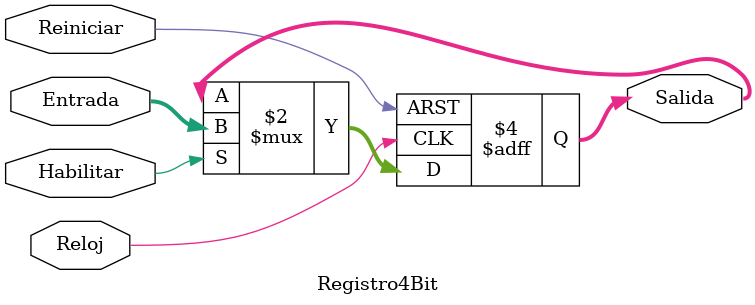
<source format=v>
module Registro4Bit (/*AUTOARG*/
   // Outputs
   Salida,
   // Inputs
   Entrada, Reloj, Reiniciar, Habilitar
   ) ;
   output reg [3:0] Salida;
   input  [3:0] Entrada;
   input  Reloj, Reiniciar, Habilitar;

   always @ (posedge Reloj, posedge Reiniciar)
      if (Reiniciar)
	Salida <= 4'b0000;
      else if (Habilitar)
	Salida <= Entrada;

endmodule // Registro4Bit

</source>
